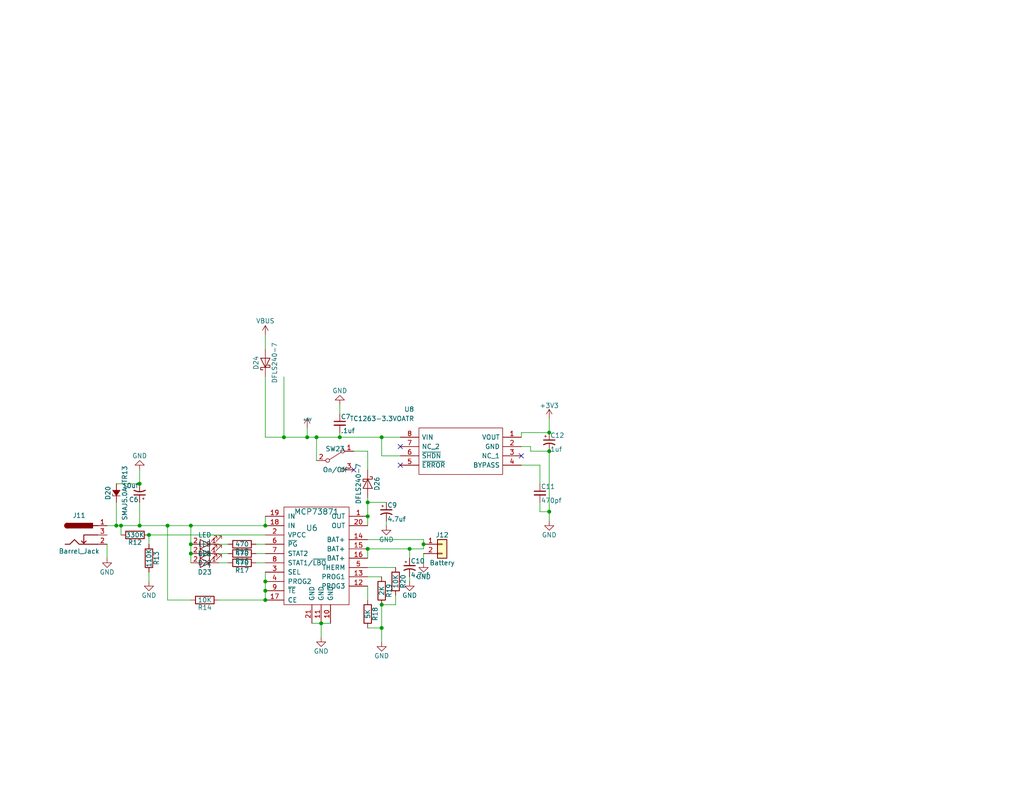
<source format=kicad_sch>
(kicad_sch (version 20211123) (generator eeschema)
  (paper "USLetter")
  (title_block (title "ESP32-S3-WROOM-ControlStand") (date "2022-07-25") (rev "1.0") (company "Deepwoods Software") (comment 1 "Power Supply"))
  (lib_symbols
    (symbol "ESP32-S3-WROOM-ControlStand-rescue:+3.3V" (power) (pin_names (offset 0))
      (property "Value" "+3.3V" (at 0 3.556 0))
      (symbol "+3.3V_0_1"
        (polyline (pts (xy -0.762 1.27) (xy 0 2.54)))
        (polyline (pts (xy 0 0) (xy 0 2.54)))
        (polyline (pts (xy 0 2.54) (xy 0.762 1.27)))
      )
      (symbol "+3.3V_1_1"
        (pin power_in line (at 0 0 90) (length 0) hide (name "+3V3") (number "1"))
      )
    )
    (symbol "ESP32-S3-WROOM-ControlStand-rescue:+5V" (power) (pin_names (offset 0))
      (property "Value" "+5V" (at 0 3.556 0))
      (symbol "+5V_0_1"
        (polyline (pts (xy -0.762 1.27) (xy 0 2.54)))
        (polyline (pts (xy 0 0) (xy 0 2.54)))
        (polyline (pts (xy 0 2.54) (xy 0.762 1.27)))
      )
      (symbol "+5V_1_1"
        (pin power_in line (at 0 0 90) (length 0) hide (name "+5V") (number "1"))
      )
    )
    (symbol "ESP32-S3-WROOM-ControlStand-rescue:Barrel_Jack" (pin_names (offset 1.016))
      (property "Reference" "J" (at 0 5.334 0))
      (property "Value" "Barrel_Jack" (at 0 -4.445 0))
      (symbol "Barrel_Jack_0_1"
        (arc (start -3.302 3.175) (mid -3.937 2.54) (end -3.302 1.905) (stroke (width 0.254)))
        (arc (start -3.302 3.175) (mid -3.937 2.54) (end -3.302 1.905) (stroke (width 0.254)) (fill (type outline)))
        (polyline (pts (xy 1.27 -2.286) (xy 1.905 -1.651)) (stroke (width 0.254)))
        (polyline (pts (xy 5.08 2.54) (xy 3.81 2.54)) (stroke (width 0.254)))
        (polyline (pts (xy 5.08 0) (xy 1.27 0) (xy 1.27 -2.286) (xy 0.635 -1.651)) (stroke (width 0.254)))
        (polyline (pts (xy -3.81 -2.54) (xy -2.54 -2.54) (xy -1.27 -1.27) (xy 0 -2.54) (xy 2.54 -2.54) (xy 5.08 -2.54)) (stroke (width 0.254)))
        (rectangle (start 3.683 3.175) (end -3.302 1.905) (stroke (width 0.254)) (fill (type outline)))
      )
      (symbol "Barrel_Jack_1_1"
        (pin passive line (at 7.62 2.54 180) (length 2.54) (name "~") (number "1"))
        (pin passive line (at 7.62 -2.54 180) (length 2.54) (name "~") (number "2"))
        (pin passive line (at 7.62 0 180) (length 2.54) (name "~") (number "3"))
      )
    )
    (symbol "ESP32-S3-WROOM-ControlStand-rescue:CP1_Small" (pin_numbers hide) (pin_names (offset 0.254) hide)
      (property "Reference" "C" (at 0.254 1.778 0))
      (property "Value" "CP1_Small" (at 0.254 -2.032 0))
      (symbol "CP1_Small_0_1"
        (polyline (pts (xy -1.524 0.508) (xy 1.524 0.508)) (stroke (width 0.3048)))
        (polyline (pts (xy -1.27 1.524) (xy -0.762 1.524)))
        (polyline (pts (xy -1.016 1.27) (xy -1.016 1.778)))
        (arc (start 1.524 -0.762) (mid 0 -0.3734) (end -1.524 -0.762) (stroke (width 0.3048)))
      )
      (symbol "CP1_Small_1_1"
        (pin passive line (at 0 2.54 270) (length 2.032) (name "~") (number "1"))
        (pin passive line (at 0 -2.54 90) (length 2.032) (name "~") (number "2"))
      )
    )
    (symbol "ESP32-S3-WROOM-ControlStand-rescue:C_Small" (pin_numbers hide) (pin_names (offset 0.254) hide)
      (property "Reference" "C" (at 0.254 1.778 0))
      (property "Value" "C_Small" (at 0.254 -2.032 0))
      (symbol "C_Small_0_1"
        (polyline (pts (xy -1.524 -0.508) (xy 1.524 -0.508)) (stroke (width 0.3302)))
        (polyline (pts (xy -1.524 0.508) (xy 1.524 0.508)) (stroke (width 0.3048)))
      )
      (symbol "C_Small_1_1"
        (pin passive line (at 0 2.54 270) (length 2.032) (name "~") (number "1"))
        (pin passive line (at 0 -2.54 90) (length 2.032) (name "~") (number "2"))
      )
    )
    (symbol "ESP32-S3-WROOM-ControlStand-rescue:Conn_01x02" (pin_names (offset 1.016) hide)
      (property "Reference" "J" (at 0 2.54 0))
      (property "Value" "Conn_01x02" (at 0 -5.08 0))
      (symbol "Conn_01x02_1_1"
        (rectangle (start -1.27 -2.413) (end 0 -2.667) (stroke (width 0.1524)))
        (rectangle (start -1.27 0.127) (end 0 -0.127) (stroke (width 0.1524)))
        (rectangle (start -1.27 1.27) (end 1.27 -3.81) (stroke (width 0.254)) (fill (type background)))
        (pin passive line (at -5.08 0 0) (length 3.81) (name "Pin_1") (number "1"))
        (pin passive line (at -5.08 -2.54 0) (length 3.81) (name "Pin_2") (number "2"))
      )
    )
    (symbol "ESP32-S3-WROOM-ControlStand-rescue:D_Schottky" (pin_numbers hide) (pin_names (offset 1.016) hide)
      (property "Reference" "D" (at 0 2.54 0))
      (property "Value" "D_Schottky" (at 0 -2.54 0))
      (symbol "D_Schottky_0_1"
        (polyline (pts (xy 1.27 0) (xy -1.27 0)))
        (polyline (pts (xy 1.27 1.27) (xy 1.27 -1.27) (xy -1.27 0) (xy 1.27 1.27)) (stroke (width 0.2032)))
        (polyline (pts (xy -1.905 0.635) (xy -1.905 1.27) (xy -1.27 1.27) (xy -1.27 -1.27) (xy -0.635 -1.27) (xy -0.635 -0.635)) (stroke (width 0.2032)))
      )
      (symbol "D_Schottky_1_1"
        (pin passive line (at -3.81 0 0) (length 2.54) (name "K") (number "1"))
        (pin passive line (at 3.81 0 180) (length 2.54) (name "A") (number "2"))
      )
    )
    (symbol "ESP32-S3-WROOM-ControlStand-rescue:D_Zener_Small_ALT" (pin_numbers hide) (pin_names (offset 0.254) hide)
      (property "Reference" "D" (at 0 2.286 0))
      (property "Value" "D_Zener_Small_ALT" (at 0 -2.286 0))
      (symbol "D_Zener_Small_ALT_0_1"
        (polyline (pts (xy 0.762 0) (xy -0.762 0)))
        (polyline (pts (xy -0.254 1.016) (xy -0.762 1.016) (xy -0.762 -1.016)))
        (polyline (pts (xy 0.762 1.016) (xy -0.762 0) (xy 0.762 -1.016) (xy 0.762 1.016)) (fill (type outline)))
      )
      (symbol "D_Zener_Small_ALT_1_1"
        (pin passive line (at -2.54 0 0) (length 1.778) (name "K") (number "1"))
        (pin passive line (at 2.54 0 180) (length 1.778) (name "A") (number "2"))
      )
    )
    (symbol "ESP32-S3-WROOM-ControlStand-rescue:GND" (power) (pin_names (offset 0))
      (property "Value" "GND" (at 0 -3.81 0))
      (symbol "GND_0_1"
        (polyline (pts (xy 0 0) (xy 0 -1.27) (xy 1.27 -1.27) (xy 0 -2.54) (xy -1.27 -1.27) (xy 0 -1.27)))
      )
      (symbol "GND_1_1"
        (pin power_in line (at 0 0 270) (length 0) hide (name "GND") (number "1"))
      )
    )
    (symbol "ESP32-S3-WROOM-ControlStand-rescue:LED" (pin_names (offset 1.016) hide)
      (property "Reference" "D" (at 0 2.54 0))
      (property "Value" "LED" (at 0 -2.54 0))
      (symbol "LED_0_1"
        (polyline (pts (xy -1.27 -1.27) (xy -1.27 1.27)) (stroke (width 0.2032)))
        (polyline (pts (xy -1.27 0) (xy 1.27 0)))
        (polyline (pts (xy 1.27 -1.27) (xy 1.27 1.27) (xy -1.27 0) (xy 1.27 -1.27)) (stroke (width 0.2032)))
        (polyline (pts (xy -3.048 -0.762) (xy -4.572 -2.286) (xy -3.81 -2.286) (xy -4.572 -2.286) (xy -4.572 -1.524)))
        (polyline (pts (xy -1.778 -0.762) (xy -3.302 -2.286) (xy -2.54 -2.286) (xy -3.302 -2.286) (xy -3.302 -1.524)))
      )
      (symbol "LED_1_1"
        (pin passive line (at -3.81 0 0) (length 2.54) (name "K") (number "1"))
        (pin passive line (at 3.81 0 180) (length 2.54) (name "A") (number "2"))
      )
    )
    (symbol "ESP32-S3-WROOM-ControlStand-rescue:R" (pin_numbers hide) (pin_names (offset 0))
      (property "Reference" "R" (at 2.032 0 90))
      (property "Value" "R" (at 0 0 90))
      (symbol "R_0_1"
        (rectangle (start -1.016 -2.54) (end 1.016 2.54) (stroke (width 0.254)))
      )
      (symbol "R_1_1"
        (pin passive line (at 0 3.81 270) (length 1.27) (name "~") (number "1"))
        (pin passive line (at 0 -3.81 90) (length 1.27) (name "~") (number "2"))
      )
    )
    (symbol "ESP32-S3-WROOM-ControlStand-rescue:SW_SPDT" (pin_names (offset 0) hide)
      (property "Reference" "SW" (at 0 4.318 0))
      (property "Value" "SW_SPDT" (at 0 -5.08 0))
      (symbol "SW_SPDT_0_0"
        (circle (center -2.032 0) (radius 0.508))
        (circle (center 2.032 -2.54) (radius 0.508))
      )
      (symbol "SW_SPDT_0_1"
        (polyline (pts (xy -1.524 0.254) (xy 1.651 2.286)))
        (circle (center 2.032 2.54) (radius 0.508))
      )
      (symbol "SW_SPDT_1_1"
        (pin passive line (at 5.08 2.54 180) (length 2.54) (name "A") (number "1"))
        (pin passive line (at -5.08 0 0) (length 2.54) (name "B") (number "2"))
        (pin passive line (at 5.08 -2.54 180) (length 2.54) (name "C") (number "3"))
      )
    )
    (symbol "ESP32-S3-WROOM-ControlStand-rescue:TC1263-3.3VOATR" (pin_names (offset 0.762))
      (property "Reference" "IC" (at 29.21 7.62 0))
      (property "Value" "TC1263-3.3VOATR" (at 29.21 5.08 0))
      (symbol "TC1263-3.3VOATR_0_0"
        (pin passive line (at 0 0 0) (length 5.08) (name "VOUT") (number "1"))
        (pin passive line (at 0 -2.54 0) (length 5.08) (name "GND") (number "2"))
        (pin passive line (at 0 -5.08 0) (length 5.08) (name "NC_1") (number "3"))
        (pin passive line (at 0 -7.62 0) (length 5.08) (name "BYPASS") (number "4"))
        (pin passive line (at 33.02 -7.62 180) (length 5.08) (name "~{ERROR}") (number "5"))
        (pin passive line (at 33.02 -5.08 180) (length 5.08) (name "~{SHDN}") (number "6"))
        (pin passive line (at 33.02 -2.54 180) (length 5.08) (name "NC_2") (number "7"))
        (pin passive line (at 33.02 0 180) (length 5.08) (name "VIN") (number "8"))
      )
      (symbol "TC1263-3.3VOATR_0_1"
        (polyline (pts (xy 5.08 2.54) (xy 27.94 2.54) (xy 27.94 -10.16) (xy 5.08 -10.16) (xy 5.08 2.54)) (stroke (width 0.1524)))
      )
    )
    (symbol "ESP32-S3-WROOM-ControlStand-rescue:VBUS" (power) (pin_names (offset 0))
      (property "Value" "VBUS" (at 0 3.81 0))
      (symbol "VBUS_0_1"
        (polyline (pts (xy -0.762 1.27) (xy 0 2.54)))
        (polyline (pts (xy 0 0) (xy 0 2.54)))
        (polyline (pts (xy 0 2.54) (xy 0.762 1.27)))
      )
      (symbol "VBUS_1_1"
        (pin power_in line (at 0 0 90) (length 0) hide (name "VBUS") (number "1"))
      )
    )
    (symbol "mcp73871:MCP73871" (pin_names (offset 1.016))
      (property "Reference" "U" (at 0 9.525 0))
      (property "Value" "MCP73871" (at 1.27 13.97 0))
      (symbol "MCP73871_0_1"
        (rectangle (start -7.62 15.24) (end 10.16 -11.43))
      )
      (symbol "MCP73871_1_1"
        (pin power_out line (at 15.24 12.7 180) (length 5.08) (name "OUT") (number "1"))
        (pin power_in line (at 5.08 -16.51 90) (length 5.08) (name "GND") (number "10"))
        (pin power_in line (at 2.54 -16.51 90) (length 5.08) (name "GND") (number "11"))
        (pin input line (at 15.24 -6.35 180) (length 5.08) (name "PROG3") (number "12"))
        (pin input line (at 15.24 -3.81 180) (length 5.08) (name "PROG1") (number "13"))
        (pin power_out line (at 15.24 6.35 180) (length 5.08) (name "BAT+") (number "14"))
        (pin power_out line (at 15.24 3.81 180) (length 5.08) (name "BAT+") (number "15"))
        (pin power_out line (at 15.24 1.27 180) (length 5.08) (name "BAT+") (number "16"))
        (pin input line (at -12.7 -10.16 0) (length 5.08) (name "CE") (number "17"))
        (pin power_in line (at -12.7 10.16 0) (length 5.08) (name "IN") (number "18"))
        (pin power_in line (at -12.7 12.7 0) (length 5.08) (name "IN") (number "19"))
        (pin power_in line (at -12.7 7.62 0) (length 5.08) (name "VPCC") (number "2"))
        (pin power_out line (at 15.24 10.16 180) (length 5.08) (name "OUT") (number "20"))
        (pin power_in line (at 0 -16.51 90) (length 5.08) (name "GND") (number "21"))
        (pin input line (at -12.7 -2.54 0) (length 5.08) (name "SEL") (number "3"))
        (pin input line (at -12.7 -5.08 0) (length 5.08) (name "PROG2") (number "4"))
        (pin input line (at 15.24 -1.27 180) (length 5.08) (name "THERM") (number "5"))
        (pin output line (at -12.7 5.08 0) (length 5.08) (name "~{PG}") (number "6"))
        (pin output line (at -12.7 2.54 0) (length 5.08) (name "STAT2") (number "7"))
        (pin output line (at -12.7 0 0) (length 5.08) (name "STAT1/~{LBO}") (number "8"))
        (pin input line (at -12.7 -7.62 0) (length 5.08) (name "~{TE}") (number "9"))
      )
    )
  )
  (junction (at 52.07 151.13))
  (junction (at 52.07 143.51))
  (junction (at 111.76 149.86))
  (junction (at 40.64 146.05))
  (junction (at 100.33 140.97))
  (junction (at 33.02 143.51))
  (junction (at 83.82 119.38))
  (junction (at 52.07 148.59))
  (junction (at 38.1 132.08))
  (junction (at 100.33 149.86))
  (junction (at 149.86 123.19))
  (junction (at 149.86 118.11))
  (junction (at 72.39 161.29))
  (junction (at 72.39 143.51))
  (junction (at 104.14 165.1))
  (junction (at 92.71 119.38))
  (junction (at 86.36 119.38))
  (junction (at 115.57 148.59))
  (junction (at 45.72 143.51))
  (junction (at 100.33 137.16))
  (junction (at 77.47 119.38))
  (junction (at 31.75 143.51))
  (junction (at 72.39 158.75))
  (junction (at 38.1 143.51))
  (junction (at 72.39 163.83))
  (junction (at 87.63 170.18))
  (junction (at 104.14 171.45))
  (junction (at 149.86 139.7))
  (junction (at 104.14 119.38))
  (no_connect (at 142.24 124.46))
  (no_connect (at 96.52 128.27))
  (no_connect (at 109.22 127))
  (no_connect (at 109.22 121.92))
  (wire (pts (xy 111.76 157.48) (xy 111.76 158.75)))
  (wire (pts (xy 115.57 151.13) (xy 115.57 153.67)))
  (wire (pts (xy 72.39 91.44) (xy 72.39 95.25)))
  (wire (pts (xy 72.39 143.51) (xy 72.39 140.97)))
  (wire (pts (xy 144.78 123.19) (xy 149.86 123.19)))
  (wire (pts (xy 92.71 119.38) (xy 104.14 119.38)))
  (wire (pts (xy 72.39 161.29) (xy 72.39 163.83)))
  (wire (pts (xy 100.33 160.02) (xy 100.33 163.83)))
  (wire (pts (xy 104.14 124.46) (xy 104.14 119.38)))
  (wire (pts (xy 149.86 139.7) (xy 149.86 142.24)))
  (wire (pts (xy 92.71 110.49) (xy 92.71 113.03)))
  (wire (pts (xy 147.32 127) (xy 147.32 132.08)))
  (wire (pts (xy 92.71 118.11) (xy 92.71 119.38)))
  (wire (pts (xy 72.39 151.13) (xy 69.85 151.13)))
  (wire (pts (xy 52.07 143.51) (xy 72.39 143.51)))
  (wire (pts (xy 52.07 143.51) (xy 52.07 148.59)))
  (wire (pts (xy 31.75 132.08) (xy 38.1 132.08)))
  (wire (pts (xy 109.22 124.46) (xy 104.14 124.46)))
  (wire (pts (xy 115.57 148.59) (xy 115.57 149.86)))
  (wire (pts (xy 142.24 118.11) (xy 149.86 118.11)))
  (wire (pts (xy 62.23 153.67) (xy 59.69 153.67)))
  (wire (pts (xy 45.72 143.51) (xy 52.07 143.51)))
  (wire (pts (xy 62.23 151.13) (xy 59.69 151.13)))
  (wire (pts (xy 38.1 143.51) (xy 45.72 143.51)))
  (wire (pts (xy 147.32 139.7) (xy 147.32 137.16)))
  (wire (pts (xy 115.57 149.86) (xy 111.76 149.86)))
  (wire (pts (xy 72.39 153.67) (xy 69.85 153.67)))
  (wire (pts (xy 83.82 116.84) (xy 83.82 119.38)))
  (wire (pts (xy 104.14 165.1) (xy 107.95 165.1)))
  (wire (pts (xy 100.33 140.97) (xy 100.33 143.51)))
  (wire (pts (xy 31.75 137.16) (xy 31.75 143.51)))
  (wire (pts (xy 100.33 171.45) (xy 104.14 171.45)))
  (wire (pts (xy 33.02 143.51) (xy 38.1 143.51)))
  (wire (pts (xy 104.14 157.48) (xy 100.33 157.48)))
  (wire (pts (xy 77.47 102.87) (xy 77.47 119.38)))
  (wire (pts (xy 149.86 123.19) (xy 149.86 139.7)))
  (wire (pts (xy 38.1 137.16) (xy 38.1 143.51)))
  (wire (pts (xy 149.86 139.7) (xy 147.32 139.7)))
  (wire (pts (xy 45.72 143.51) (xy 45.72 163.83)))
  (wire (pts (xy 142.24 121.92) (xy 144.78 121.92)))
  (wire (pts (xy 45.72 163.83) (xy 52.07 163.83)))
  (wire (pts (xy 72.39 148.59) (xy 69.85 148.59)))
  (wire (pts (xy 72.39 158.75) (xy 72.39 161.29)))
  (wire (pts (xy 142.24 127) (xy 147.32 127)))
  (wire (pts (xy 100.33 137.16) (xy 100.33 140.97)))
  (wire (pts (xy 86.36 119.38) (xy 92.71 119.38)))
  (wire (pts (xy 100.33 149.86) (xy 100.33 152.4)))
  (wire (pts (xy 72.39 156.21) (xy 72.39 158.75)))
  (wire (pts (xy 40.64 156.21) (xy 40.64 158.75)))
  (wire (pts (xy 144.78 121.92) (xy 144.78 123.19)))
  (wire (pts (xy 100.33 154.94) (xy 107.95 154.94)))
  (wire (pts (xy 111.76 152.4) (xy 111.76 149.86)))
  (wire (pts (xy 104.14 171.45) (xy 104.14 175.26)))
  (wire (pts (xy 107.95 165.1) (xy 107.95 162.56)))
  (wire (pts (xy 33.02 146.05) (xy 33.02 143.51)))
  (wire (pts (xy 40.64 146.05) (xy 40.64 148.59)))
  (wire (pts (xy 31.75 143.51) (xy 33.02 143.51)))
  (wire (pts (xy 100.33 123.19) (xy 96.52 123.19)))
  (wire (pts (xy 104.14 119.38) (xy 109.22 119.38)))
  (wire (pts (xy 72.39 146.05) (xy 40.64 146.05)))
  (wire (pts (xy 83.82 119.38) (xy 86.36 119.38)))
  (wire (pts (xy 77.47 119.38) (xy 83.82 119.38)))
  (wire (pts (xy 72.39 119.38) (xy 72.39 102.87)))
  (wire (pts (xy 38.1 132.08) (xy 38.1 128.27)))
  (wire (pts (xy 85.09 170.18) (xy 87.63 170.18)))
  (wire (pts (xy 111.76 149.86) (xy 100.33 149.86)))
  (wire (pts (xy 29.21 148.59) (xy 29.21 152.4)))
  (wire (pts (xy 62.23 148.59) (xy 59.69 148.59)))
  (wire (pts (xy 104.14 165.1) (xy 104.14 171.45)))
  (wire (pts (xy 52.07 151.13) (xy 52.07 153.67)))
  (wire (pts (xy 52.07 148.59) (xy 52.07 151.13)))
  (wire (pts (xy 100.33 135.89) (xy 100.33 137.16)))
  (wire (pts (xy 72.39 119.38) (xy 77.47 119.38)))
  (wire (pts (xy 86.36 125.73) (xy 86.36 119.38)))
  (wire (pts (xy 72.39 163.83) (xy 59.69 163.83)))
  (wire (pts (xy 100.33 147.32) (xy 115.57 147.32)))
  (wire (pts (xy 142.24 119.38) (xy 142.24 118.11)))
  (wire (pts (xy 87.63 170.18) (xy 90.17 170.18)))
  (wire (pts (xy 115.57 147.32) (xy 115.57 148.59)))
  (wire (pts (xy 105.41 137.16) (xy 100.33 137.16)))
  (wire (pts (xy 29.21 143.51) (xy 31.75 143.51)))
  (wire (pts (xy 100.33 123.19) (xy 100.33 128.27)))
  (wire (pts (xy 87.63 173.99) (xy 87.63 170.18)))
  (wire (pts (xy 105.41 142.24) (xy 105.41 143.51)))
  (wire (pts (xy 149.86 118.11) (xy 149.86 114.3)))
  (symbol (lib_id "ESP32-S3-WROOM-ControlStand-rescue:TC1263-3.3VOATR") (at 142.24 119.38 0) (mirror y) (unit 1)
    (property "Reference" "U8" (at 113.03 111.76 0) (effects (justify left)))
    (property "Value" "TC1263-3.3VOATR" (at 113.03 114.3 0) (effects (justify left)))
    (property "Footprint" "Package_SO:SOIC-8W_5.3x5.3mm_P1.27mm" (effects hide))
    (property "Datasheet" "http://ww1.microchip.com/downloads/en/DeviceDoc/21374D.pdf" (effects hide))
    (property "Description" "LDO Voltage Regulators 500mA Fixed Out Adj" (effects hide))
    (property "Height" "1.75" (effects hide))
    (property "Manufacturer_Name" "Microchip" (effects hide))
    (property "Manufacturer_Part_Number" "TC1263-3.3VOATR" (effects hide))
  )
  (symbol (lib_id "ESP32-S3-WROOM-ControlStand-rescue:VBUS") (at 72.39 91.44 0) (unit 1)
    (property "Reference" "#PWR050" (effects hide))
    (property "Value" "VBUS" (at 72.39 87.63 0))
  )
  (symbol (lib_id "ESP32-S3-WROOM-ControlStand-rescue:+5V") (at 83.82 116.84 0) (unit 1)
    (property "Reference" "#PWR051" (effects hide))
    (property "Value" "+5V" (at 83.82 114.554 0) (effects (font (size 0.762 0.762))))
  )
  (symbol (lib_id "ESP32-S3-WROOM-ControlStand-rescue:Barrel_Jack") (at 21.59 146.05 0) (unit 1)
    (property "Reference" "J11" (at 21.59 140.716 0))
    (property "Value" "Barrel_Jack" (at 21.59 150.495 0))
    (property "Footprint" "Connectors:BARREL_JACK" (effects hide))
    (property "Mouser Part Number" "992-CON-SOCJ-2155" (effects hide))
  )
  (symbol (lib_id "ESP32-S3-WROOM-ControlStand-rescue:GND") (at 29.21 152.4 0) (unit 1)
    (property "Reference" "#PWR052" (effects hide))
    (property "Value" "GND" (at 29.21 156.21 0))
  )
  (symbol (lib_id "ESP32-S3-WROOM-ControlStand-rescue:D_Schottky") (at 72.39 99.06 90) (unit 1)
    (property "Reference" "D24" (at 69.85 99.06 0))
    (property "Value" "DFLS240-7" (at 74.93 99.06 0))
    (property "Footprint" "Diodes_SMD:D_PowerDI-123" (effects hide))
    (property "Mouser Part Number" "621-DFLS240-7" (effects hide))
  )
  (symbol (lib_id "ESP32-S3-WROOM-ControlStand-rescue:Conn_01x02") (at 120.65 148.59 0) (unit 1)
    (property "Reference" "J12" (at 120.65 146.05 0))
    (property "Value" "Battery" (at 120.65 153.67 0))
    (property "Footprint" "Connector_JST:JST_PH_B2B-PH-K_1x02_P2.00mm_Vertical" (effects hide))
    (property "Manufaturer_Name" "JST" (effects hide))
    (property "Manufacturer_Part_Number" "B2B-PH-SM4-TB" (effects hide))
  )
  (symbol (lib_id "ESP32-S3-WROOM-ControlStand-rescue:GND") (at 115.57 153.67 0) (unit 1)
    (property "Reference" "#PWR053" (effects hide))
    (property "Value" "GND" (at 115.57 157.48 0))
  )
  (symbol (lib_id "mcp73871:MCP73871") (at 85.09 153.67 0) (unit 1)
    (property "Reference" "U6" (at 85.09 144.145 0) (effects (font (size 1.524 1.524))))
    (property "Value" "MCP73871" (at 86.36 139.7 0) (effects (font (size 1.524 1.524))))
    (property "Footprint" "Package_DFN_QFN:QFN-20-1EP_4x4mm_P0.5mm_EP2.5x2.5mm_ThermalVias" (effects hide))
    (property "Mouser Part Number" "579-MCP73871-3CAI/ML" (effects hide))
  )
  (symbol (lib_id "ESP32-S3-WROOM-ControlStand-rescue:GND") (at 87.63 173.99 0) (unit 1)
    (property "Reference" "#PWR054" (effects hide))
    (property "Value" "GND" (at 87.63 177.8 0))
  )
  (symbol (lib_id "ESP32-S3-WROOM-ControlStand-rescue:R") (at 36.83 146.05 270) (unit 1)
    (property "Reference" "R12" (at 36.83 148.082 90))
    (property "Value" "330K" (at 36.83 146.05 90))
    (property "Footprint" "Resistors_SMD:R_0402" (effects hide))
    (property "Mouser Part Number" "603-AF0402FR-07330KL" (effects hide))
  )
  (symbol (lib_id "ESP32-S3-WROOM-ControlStand-rescue:R") (at 40.64 152.4 0) (unit 1)
    (property "Reference" "R13" (at 42.672 152.4 90))
    (property "Value" "110K" (at 40.64 152.4 90))
    (property "Footprint" "Resistors_SMD:R_0402" (effects hide))
    (property "Mouser Part Number" "603-RC0402JR-13110KL" (effects hide))
  )
  (symbol (lib_id "ESP32-S3-WROOM-ControlStand-rescue:GND") (at 40.64 158.75 0) (unit 1)
    (property "Reference" "#PWR055" (effects hide))
    (property "Value" "GND" (at 40.64 162.56 0))
  )
  (symbol (lib_id "ESP32-S3-WROOM-ControlStand-rescue:R") (at 66.04 148.59 270) (unit 1)
    (property "Reference" "R15" (at 66.04 150.622 90))
    (property "Value" "470" (at 66.04 148.59 90))
    (property "Footprint" "Resistors_SMD:R_0402" (effects hide))
    (property "Mouser Part Number" "603-RC0402JR-07470RL" (effects hide))
  )
  (symbol (lib_id "ESP32-S3-WROOM-ControlStand-rescue:R") (at 66.04 151.13 270) (unit 1)
    (property "Reference" "R16" (at 66.04 153.162 90))
    (property "Value" "470" (at 66.04 151.13 90))
    (property "Footprint" "Resistors_SMD:R_0402" (effects hide))
    (property "Mouser Part Number" "603-RC0402JR-07470RL" (effects hide))
  )
  (symbol (lib_id "ESP32-S3-WROOM-ControlStand-rescue:R") (at 66.04 153.67 270) (unit 1)
    (property "Reference" "R17" (at 66.04 155.702 90))
    (property "Value" "470" (at 66.04 153.67 90))
    (property "Footprint" "Resistors_SMD:R_0402" (effects hide))
    (property "Mouser Part Number" "603-RC0402JR-07470RL" (effects hide))
  )
  (symbol (lib_id "ESP32-S3-WROOM-ControlStand-rescue:LED") (at 55.88 148.59 180) (unit 1)
    (property "Reference" "D21" (at 55.88 151.13 0))
    (property "Value" "LED" (at 55.88 146.05 0))
    (property "Footprint" "LEDs:LED_0402" (effects hide))
    (property "Mouser Part Number" "710-150040GS73220" (effects hide))
  )
  (symbol (lib_id "ESP32-S3-WROOM-ControlStand-rescue:LED") (at 55.88 151.13 180) (unit 1)
    (property "Reference" "D22" (at 55.88 153.67 0))
    (property "Value" "LED" (at 55.88 148.59 0))
    (property "Footprint" "LEDs:LED_0402" (effects hide))
    (property "Mouser Part Number" "710-150040YS73220" (effects hide))
  )
  (symbol (lib_id "ESP32-S3-WROOM-ControlStand-rescue:LED") (at 55.88 153.67 180) (unit 1)
    (property "Reference" "D23" (at 55.88 156.21 0))
    (property "Value" "LED" (at 55.88 151.13 0))
    (property "Footprint" "LEDs:LED_0402" (effects hide))
    (property "Mouser Part Number" "710-150040RS73220" (effects hide))
  )
  (symbol (lib_id "ESP32-S3-WROOM-ControlStand-rescue:D_Schottky") (at 100.33 132.08 270) (unit 1)
    (property "Reference" "D26" (at 102.87 132.08 0))
    (property "Value" "DFLS240-7" (at 97.79 132.08 0))
    (property "Footprint" "Diodes_SMD:D_PowerDI-123" (effects hide))
    (property "Mouser Part Number" "621-DFLS240-7" (effects hide))
  )
  (symbol (lib_id "ESP32-S3-WROOM-ControlStand-rescue:D_Zener_Small_ALT") (at 31.75 134.62 90) (unit 1)
    (property "Reference" "D20" (at 29.464 134.62 0))
    (property "Value" "SMAJ5.0A/TR13" (at 34.036 134.62 0))
    (property "Footprint" "Diodes_SMD:D_SMA" (effects hide))
    (property "Mouser Part Number" "603-SMAJ5.0A/TR13" (effects hide))
  )
  (symbol (lib_id "ESP32-S3-WROOM-ControlStand-rescue:CP1_Small") (at 38.1 134.62 180) (unit 1)
    (property "Reference" "C6" (at 37.846 136.398 0) (effects (justify left)))
    (property "Value" "10uf" (at 37.846 132.588 0) (effects (justify left)))
    (property "Footprint" "Capacitor_SMD:CP_Elec_4x5.7" (effects hide))
    (property "Mouser Part Number" "710-865080340001" (effects hide))
  )
  (symbol (lib_id "ESP32-S3-WROOM-ControlStand-rescue:GND") (at 38.1 128.27 180) (unit 1)
    (property "Reference" "#PWR056" (effects hide))
    (property "Value" "GND" (at 38.1 124.46 0))
  )
  (symbol (lib_id "ESP32-S3-WROOM-ControlStand-rescue:R") (at 55.88 163.83 270) (unit 1)
    (property "Reference" "R14" (at 55.88 165.862 90))
    (property "Value" "10K" (at 55.88 163.83 90))
    (property "Footprint" "Resistors_SMD:R_0402" (effects hide))
    (property "Mouser Part Number" "603-RC0402JR-0710KL" (effects hide))
  )
  (symbol (lib_id "ESP32-S3-WROOM-ControlStand-rescue:CP1_Small") (at 105.41 139.7 0) (unit 1)
    (property "Reference" "C9" (at 105.664 137.922 0) (effects (justify left)))
    (property "Value" "4.7uf" (at 105.664 141.732 0) (effects (justify left)))
    (property "Footprint" "Capacitor_SMD:CP_Elec_4x5.7" (effects hide))
    (property "Mouser Part Number" "710-865080640004" (effects hide))
  )
  (symbol (lib_id "ESP32-S3-WROOM-ControlStand-rescue:CP1_Small") (at 111.76 154.94 0) (unit 1)
    (property "Reference" "C10" (at 112.014 153.162 0) (effects (justify left)))
    (property "Value" "4.7uf" (at 112.014 156.972 0) (effects (justify left)))
    (property "Footprint" "Capacitor_SMD:CP_Elec_4x5.7" (effects hide))
    (property "Mouser Part Number" "710-865080640004" (effects hide))
  )
  (symbol (lib_id "ESP32-S3-WROOM-ControlStand-rescue:GND") (at 105.41 143.51 0) (unit 1)
    (property "Reference" "#PWR057" (effects hide))
    (property "Value" "GND" (at 105.41 147.32 0))
  )
  (symbol (lib_id "ESP32-S3-WROOM-ControlStand-rescue:GND") (at 111.76 158.75 0) (unit 1)
    (property "Reference" "#PWR058" (effects hide))
    (property "Value" "GND" (at 111.76 162.56 0))
  )
  (symbol (lib_id "ESP32-S3-WROOM-ControlStand-rescue:R") (at 107.95 158.75 0) (unit 1)
    (property "Reference" "R20" (at 109.982 158.75 90))
    (property "Value" "10K" (at 107.95 158.75 90))
    (property "Footprint" "Resistors_SMD:R_0402" (effects hide))
    (property "Mouser Part Number" "603-RC0402JR-0710KL" (effects hide))
  )
  (symbol (lib_id "ESP32-S3-WROOM-ControlStand-rescue:R") (at 104.14 161.29 0) (unit 1)
    (property "Reference" "R19" (at 106.172 161.29 90))
    (property "Value" "2K" (at 104.14 161.29 90))
    (property "Footprint" "Resistors_SMD:R_0402" (effects hide))
    (property "Mouser Part Number" "603-RC0402FR-132KL" (effects hide))
  )
  (symbol (lib_id "ESP32-S3-WROOM-ControlStand-rescue:R") (at 100.33 167.64 0) (unit 1)
    (property "Reference" "R18" (at 102.362 167.64 90))
    (property "Value" "5K" (at 100.33 167.64 90))
    (property "Footprint" "Resistors_SMD:R_0402" (effects hide))
    (property "Mouser Part Number" "603-RC0402FR-075KL " (effects hide))
  )
  (symbol (lib_id "ESP32-S3-WROOM-ControlStand-rescue:GND") (at 104.14 175.26 0) (unit 1)
    (property "Reference" "#PWR059" (effects hide))
    (property "Value" "GND" (at 104.14 179.07 0))
  )
  (symbol (lib_id "ESP32-S3-WROOM-ControlStand-rescue:SW_SPDT") (at 91.44 125.73 0) (unit 1)
    (property "Reference" "SW23" (at 91.44 122.555 0))
    (property "Value" "On/Off" (at 91.44 128.27 0))
    (property "Footprint" "Buttons_Switches_SMD:SW_SPDT_CK-JS102011SAQN" (effects hide))
    (property "Mouser Part Number" "611-JS102011SAQN " (effects hide))
  )
  (symbol (lib_id "ESP32-S3-WROOM-ControlStand-rescue:C_Small") (at 92.71 115.57 0) (unit 1)
    (property "Reference" "C7" (at 92.964 113.792 0) (effects (justify left)))
    (property "Value" ".1uf" (at 92.964 117.602 0) (effects (justify left)))
    (property "Footprint" "Capacitors_SMD:C_0402" (effects hide))
    (property "Mouser Part Number" "81-GRM155R62A104KE4J" (effects hide))
  )
  (symbol (lib_id "ESP32-S3-WROOM-ControlStand-rescue:GND") (at 92.71 110.49 180) (unit 1)
    (property "Reference" "#PWR060" (effects hide))
    (property "Value" "GND" (at 92.71 106.68 0))
  )
  (symbol (lib_id "ESP32-S3-WROOM-ControlStand-rescue:CP1_Small") (at 149.86 120.65 0) (unit 1)
    (property "Reference" "C12" (at 150.114 118.872 0) (effects (justify left)))
    (property "Value" "1uf" (at 150.114 122.682 0) (effects (justify left)))
    (property "Footprint" "MyCaps:C_0603_POL" (effects hide))
    (property "Mouser Part Number" "74-TMCJ1C105MTRF " (effects hide))
  )
  (symbol (lib_id "ESP32-S3-WROOM-ControlStand-rescue:C_Small") (at 147.32 134.62 0) (unit 1)
    (property "Reference" "C11" (at 147.574 132.842 0) (effects (justify left)))
    (property "Value" "470pf" (at 147.574 136.652 0) (effects (justify left)))
    (property "Footprint" "Capacitors_SMD:C_0402" (effects hide))
    (property "Mouser Part Number" "80-C0402C471K4RAUTO" (effects hide))
  )
  (symbol (lib_id "ESP32-S3-WROOM-ControlStand-rescue:GND") (at 149.86 142.24 0) (unit 1)
    (property "Reference" "#PWR061" (effects hide))
    (property "Value" "GND" (at 149.86 146.05 0))
  )
  (symbol (lib_id "ESP32-S3-WROOM-ControlStand-rescue:+3.3V") (at 149.86 114.3 0) (unit 1)
    (property "Reference" "#PWR062" (effects hide))
    (property "Value" "+3.3V" (at 149.86 110.744 0))
  )
)
</source>
